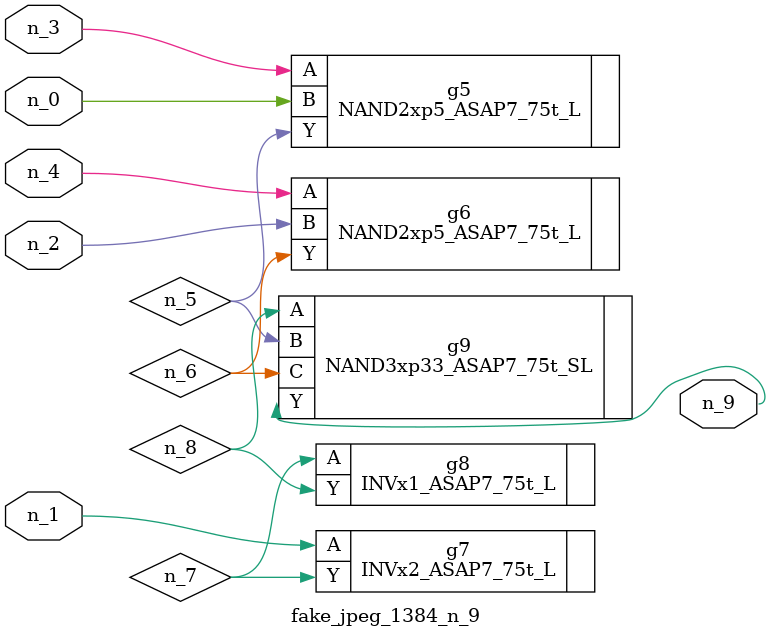
<source format=v>
module fake_jpeg_1384_n_9 (n_3, n_2, n_1, n_0, n_4, n_9);

input n_3;
input n_2;
input n_1;
input n_0;
input n_4;

output n_9;

wire n_8;
wire n_6;
wire n_5;
wire n_7;

NAND2xp5_ASAP7_75t_L g5 ( 
.A(n_3),
.B(n_0),
.Y(n_5)
);

NAND2xp5_ASAP7_75t_L g6 ( 
.A(n_4),
.B(n_2),
.Y(n_6)
);

INVx2_ASAP7_75t_L g7 ( 
.A(n_1),
.Y(n_7)
);

INVx1_ASAP7_75t_L g8 ( 
.A(n_7),
.Y(n_8)
);

NAND3xp33_ASAP7_75t_SL g9 ( 
.A(n_8),
.B(n_5),
.C(n_6),
.Y(n_9)
);


endmodule
</source>
